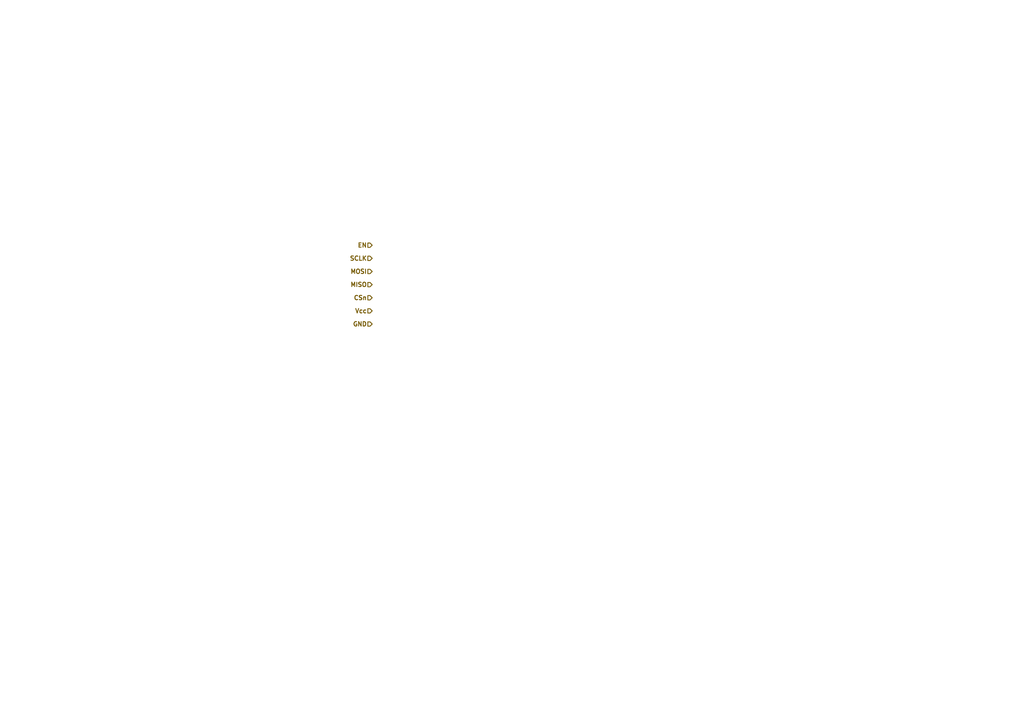
<source format=kicad_sch>
(kicad_sch
	(version 20231120)
	(generator "eeschema")
	(generator_version "8.0")
	(uuid "04f46aa7-e068-4a34-af65-9b4e77c3f3c9")
	(paper "A4")
	(lib_symbols)
	(hierarchical_label "EN"
		(shape input)
		(at 107.95 71.12 180)
		(effects
			(font
				(size 1.27 1.27)
				(thickness 0.254)
				(bold yes)
			)
			(justify right)
		)
		(uuid "13255461-2aec-4c6d-933b-4f934ad988ad")
	)
	(hierarchical_label "CSn"
		(shape input)
		(at 107.95 86.36 180)
		(effects
			(font
				(size 1.27 1.27)
				(thickness 0.254)
				(bold yes)
			)
			(justify right)
		)
		(uuid "29a9a677-6b55-43ea-9bb5-04b743848c59")
	)
	(hierarchical_label "Vcc"
		(shape input)
		(at 107.95 90.17 180)
		(effects
			(font
				(size 1.27 1.27)
				(thickness 0.254)
				(bold yes)
			)
			(justify right)
		)
		(uuid "5a84745e-1215-40a1-9c16-1f19ef79ef6c")
	)
	(hierarchical_label "SCLK"
		(shape input)
		(at 107.95 74.93 180)
		(effects
			(font
				(size 1.27 1.27)
				(thickness 0.254)
				(bold yes)
			)
			(justify right)
		)
		(uuid "5a8a4179-31f1-4d69-8a6b-579069fe82e7")
	)
	(hierarchical_label "MOSI"
		(shape input)
		(at 107.95 78.74 180)
		(effects
			(font
				(size 1.27 1.27)
				(thickness 0.254)
				(bold yes)
			)
			(justify right)
		)
		(uuid "5b5c837b-c6b1-4e0f-8be2-479bede5b676")
	)
	(hierarchical_label "MISO"
		(shape input)
		(at 107.95 82.55 180)
		(effects
			(font
				(size 1.27 1.27)
				(thickness 0.254)
				(bold yes)
			)
			(justify right)
		)
		(uuid "a0a6672e-240c-40d4-96b2-bc984e874d59")
	)
	(hierarchical_label "GND"
		(shape input)
		(at 107.95 93.98 180)
		(effects
			(font
				(size 1.27 1.27)
				(thickness 0.254)
				(bold yes)
			)
			(justify right)
		)
		(uuid "c1e15c30-1971-4a52-badb-200df36af5f1")
	)
)

</source>
